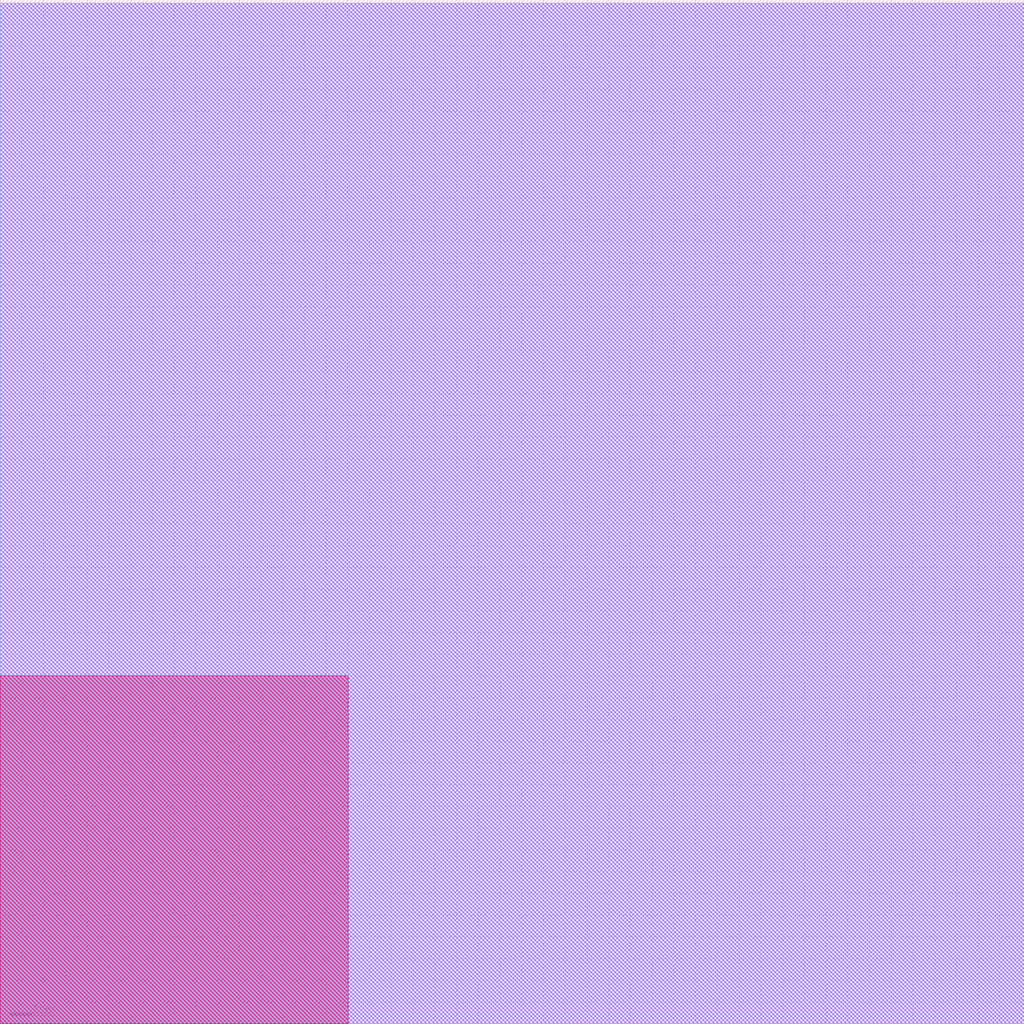
<source format=lef>
NAMESCASESENSITIVE ON ;
MACRO CORNERC
  CLASS PAD ;
  FOREIGN CORNERC 0.000 0.000 ;
  ORIGIN 0 0 ;
  SIZE 235.6 BY 235.6 ;
  SYMMETRY X Y R90 ;
  SITE iocore_c ;

  OBS
    LAYER metal1 ;
      RECT 0 0 235.6 234.76 ;
    LAYER metal2 ;
      RECT 0 0 235.6 234.76 ;
    LAYER metal3 ;
      RECT 0 0 235.6 234.76 ;
    LAYER metal4 ;
      RECT 0 0 235.6 234.76 ;
    LAYER metal5 ;
      RECT 0 0 80.01 80.01 ;
    LAYER metal6 ;
      RECT 0 0 80.01 80.01 ;
  END

END CORNERC

MACRO CORNERCD
  CLASS PAD ;
  FOREIGN CORNERCD 0.000 0.000 ;
  ORIGIN 0 0 ;
  SIZE 235.6 BY 140.12 ;
  SYMMETRY X Y R90 ;
  SITE iocore_d ;

  OBS
    LAYER metal1 ;
      RECT 0 0 235.6 139.28 ;
    LAYER metal2 ;
      RECT 0 0 235.6 139.28 ;
    LAYER metal3 ;
      RECT 0 0 235.6 139.28 ;
    LAYER metal4 ;
      RECT 0 0 235.6 139.28 ;
    LAYER metal5 ;
      RECT 0 0 80.01 47.86 ;
    LAYER metal6 ;
      RECT 0 0 80.01 47.86 ;
  END

END CORNERCD

MACRO CORNERD
  CLASS PAD ;
  FOREIGN CORNERD 0.000 0.000 ;
  ORIGIN 0 0 ;
  SIZE 140.12 BY 140.12 ;
  SYMMETRY X Y R90 ;
  SITE iocore_d ;

  OBS
    LAYER metal1 ;
      RECT 0 0 140.12 139.28 ;
    LAYER metal2 ;
      RECT 0 0 140.12 139.28 ;
    LAYER metal3 ;
      RECT 0 0 140.12 139.28 ;
    LAYER metal4 ;
      RECT 0 0 140.12 139.28 ;
    LAYER metal5 ;
      RECT 0 0 47.86 47.86 ;
    LAYER metal6 ;
      RECT 0 0 47.86 47.86 ;
  END

END CORNERD

MACRO EMPTY16C
  CLASS PAD SPACER ;
  FOREIGN EMPTY16C 0.000 0.000 ;
  ORIGIN 0 0 ;
  SIZE 9.92 BY 235.6 ;
  SYMMETRY X Y R90 ;
  SITE iocore_c ;

  OBS
    LAYER metal1 ;
      RECT 0 0 9.92 234.76 ;
    LAYER metal2 ;
      RECT 0 0 9.92 234.76 ;
    LAYER metal3 ;
      RECT 0 0 9.92 234.76 ;
    LAYER metal4 ;
      RECT 0 0 9.92 234.76 ;
    LAYER metal5 ;
      RECT 0 155.59 9.92 234.76 ;
    LAYER metal6 ;
      RECT 0 155.59 9.92 234.76 ;
  END

END EMPTY16C

MACRO EMPTY16D
  CLASS PAD SPACER ;
  FOREIGN EMPTY16D 0.000 0.000 ;
  ORIGIN 0 0 ;
  SIZE 9.92 BY 140.12 ;
  SYMMETRY X Y R90 ;
  SITE iocore_d ;

  OBS
    LAYER metal1 ;
      RECT 0 0 9.92 139.28 ;
    LAYER metal2 ;
      RECT 0 0 9.92 139.28 ;
    LAYER metal3 ;
      RECT 0 0 9.92 139.28 ;
    LAYER metal4 ;
      RECT 0 0 9.92 139.28 ;
    LAYER metal5 ;
      RECT 0 92.26 9.92 139.28 ;
    LAYER metal6 ;
      RECT 0 92.26 9.92 139.28 ;
  END

END EMPTY16D

MACRO EMPTY1C
  CLASS PAD SPACER ;
  FOREIGN EMPTY1C 0.000 0.000 ;
  ORIGIN 0 0 ;
  SIZE 0.62 BY 235.6 ;
  SYMMETRY X Y R90 ;
  SITE iocore_c ;

  OBS
    LAYER metal1 ;
      RECT 0 0 0.62 234.76 ;
    LAYER metal2 ;
      RECT 0 0 0.62 234.76 ;
    LAYER metal3 ;
      RECT 0 0 0.62 234.76 ;
    LAYER metal4 ;
      RECT 0 0 0.62 234.76 ;
    LAYER metal5 ;
      RECT 0 155.59 0.62 234.76 ;
    LAYER metal6 ;
      RECT 0 155.59 0.62 234.76 ;
  END

END EMPTY1C

MACRO EMPTY1D
  CLASS PAD SPACER ;
  FOREIGN EMPTY1D 0.000 0.000 ;
  ORIGIN 0 0 ;
  SIZE 0.62 BY 140.12 ;
  SYMMETRY X Y R90 ;
  SITE iocore_d ;

  OBS
    LAYER metal1 ;
      RECT 0 0 0.62 139.28 ;
    LAYER metal2 ;
      RECT 0 0 0.62 139.28 ;
    LAYER metal3 ;
      RECT 0 0 0.62 139.28 ;
    LAYER metal4 ;
      RECT 0 0 0.62 139.28 ;
    LAYER metal5 ;
      RECT 0 92.26 0.62 139.28 ;
    LAYER metal6 ;
      RECT 0 92.26 0.62 139.28 ;
  END

END EMPTY1D

MACRO EMPTY2C
  CLASS PAD SPACER ;
  FOREIGN EMPTY2C 0.000 0.000 ;
  ORIGIN 0 0 ;
  SIZE 1.24 BY 235.6 ;
  SYMMETRY X Y R90 ;
  SITE iocore_c ;

  OBS
    LAYER metal1 ;
      RECT 0 0 1.24 234.76 ;
    LAYER metal2 ;
      RECT 0 0 1.24 234.76 ;
    LAYER metal3 ;
      RECT 0 0 1.24 234.76 ;
    LAYER metal4 ;
      RECT 0 0 1.24 234.76 ;
    LAYER metal5 ;
      RECT 0 155.59 1.24 234.76 ;
    LAYER metal6 ;
      RECT 0 155.59 1.24 234.76 ;
  END

END EMPTY2C

MACRO EMPTY2D
  CLASS PAD SPACER ;
  FOREIGN EMPTY2D 0.000 0.000 ;
  ORIGIN 0 0 ;
  SIZE 1.24 BY 140.12 ;
  SYMMETRY X Y R90 ;
  SITE iocore_d ;

  OBS
    LAYER metal1 ;
      RECT 0 0 1.24 139.28 ;
    LAYER metal2 ;
      RECT 0 0 1.24 139.28 ;
    LAYER metal3 ;
      RECT 0 0 1.24 139.28 ;
    LAYER metal4 ;
      RECT 0 0 1.24 139.28 ;
    LAYER metal5 ;
      RECT 0 92.26 1.24 139.28 ;
    LAYER metal6 ;
      RECT 0 92.26 1.24 139.28 ;
  END

END EMPTY2D

MACRO EMPTY4C
  CLASS PAD SPACER ;
  FOREIGN EMPTY4C 0.000 0.000 ;
  ORIGIN 0 0 ;
  SIZE 2.48 BY 235.6 ;
  SYMMETRY X Y R90 ;
  SITE iocore_c ;

  OBS
    LAYER metal1 ;
      RECT 0 0 2.48 234.76 ;
    LAYER metal2 ;
      RECT 0 0 2.48 234.76 ;
    LAYER metal3 ;
      RECT 0 0 2.48 234.76 ;
    LAYER metal4 ;
      RECT 0 0 2.48 234.76 ;
    LAYER metal5 ;
      RECT 0 155.59 2.48 234.76 ;
    LAYER metal6 ;
      RECT 0 155.59 2.48 234.76 ;
  END

END EMPTY4C

MACRO EMPTY4D
  CLASS PAD SPACER ;
  FOREIGN EMPTY4D 0.000 0.000 ;
  ORIGIN 0 0 ;
  SIZE 2.48 BY 140.12 ;
  SYMMETRY X Y R90 ;
  SITE iocore_d ;

  OBS
    LAYER metal1 ;
      RECT 0 0 2.48 139.28 ;
    LAYER metal2 ;
      RECT 0 0 2.48 139.28 ;
    LAYER metal3 ;
      RECT 0 0 2.48 139.28 ;
    LAYER metal4 ;
      RECT 0 0 2.48 139.28 ;
    LAYER metal5 ;
      RECT 0 92.26 2.48 139.28 ;
    LAYER metal6 ;
      RECT 0 92.26 2.48 139.28 ;
  END

END EMPTY4D

MACRO EMPTY8C
  CLASS PAD SPACER ;
  FOREIGN EMPTY8C 0.000 0.000 ;
  ORIGIN 0 0 ;
  SIZE 4.96 BY 235.6 ;
  SYMMETRY X Y R90 ;
  SITE iocore_c ;

  OBS
    LAYER metal1 ;
      RECT 0 0 4.96 234.76 ;
    LAYER metal2 ;
      RECT 0 0 4.96 234.76 ;
    LAYER metal3 ;
      RECT 0 0 4.96 234.76 ;
    LAYER metal4 ;
      RECT 0 0 4.96 234.76 ;
    LAYER metal5 ;
      RECT 0 155.59 4.96 234.76 ;
    LAYER metal6 ;
      RECT 0 155.59 4.96 234.76 ;
  END

END EMPTY8C

MACRO EMPTY8D
  CLASS PAD SPACER ;
  FOREIGN EMPTY8D 0.000 0.000 ;
  ORIGIN 0 0 ;
  SIZE 4.96 BY 140.12 ;
  SYMMETRY X Y R90 ;
  SITE iocore_d ;

  OBS
    LAYER metal1 ;
      RECT 0 0 4.96 139.28 ;
    LAYER metal2 ;
      RECT 0 0 4.96 139.28 ;
    LAYER metal3 ;
      RECT 0 0 4.96 139.28 ;
    LAYER metal4 ;
      RECT 0 0 4.96 139.28 ;
    LAYER metal5 ;
      RECT 0 92.26 4.96 139.28 ;
    LAYER metal6 ;
      RECT 0 92.26 4.96 139.28 ;
  END

END EMPTY8D

MACRO EMPTYGRC
  CLASS PAD SPACER ;
  FOREIGN EMPTYGRC 0.000 0.000 ;
  ORIGIN 0 0 ;
  SIZE 3.72 BY 235.6 ;
  SYMMETRY X Y R90 ;
  SITE iocore_c ;

  OBS
    LAYER metal1 ;
      RECT 0 0 3.72 234.76 ;
    LAYER metal2 ;
      RECT 0 0 3.72 234.76 ;
    LAYER metal3 ;
      RECT 0 0 3.72 234.76 ;
    LAYER metal4 ;
      RECT 0 0 3.72 234.76 ;
    LAYER metal5 ;
      RECT 0 155.59 3.72 234.76 ;
    LAYER metal6 ;
      RECT 0 155.59 3.72 234.76 ;
  END

END EMPTYGRC

MACRO EMPTYGRD
  CLASS PAD SPACER ;
  FOREIGN EMPTYGRD 0.000 0.000 ;
  ORIGIN 0 0 ;
  SIZE 3.72 BY 140.12 ;
  SYMMETRY X Y R90 ;
  SITE iocore_d ;

  OBS
    LAYER metal1 ;
      RECT 0 0 3.72 139.28 ;
    LAYER metal2 ;
      RECT 0 0 3.72 139.28 ;
    LAYER metal3 ;
      RECT 0 0 3.72 139.28 ;
    LAYER metal4 ;
      RECT 0 0 3.72 139.28 ;
    LAYER metal5 ;
      RECT 0 92.26 3.72 139.28 ;
    LAYER metal6 ;
      RECT 0 92.26 3.72 139.28 ;
  END

END EMPTYGRD

MACRO GNDIOC
  CLASS PAD ;
  FOREIGN GNDIOC 0.000 0.000 ;
  ORIGIN 0 0 ;
  SIZE 34.1 BY 235.6 ;
  SYMMETRY X Y R90 ;
  SITE iocore_c ;

  PIN GNDO
    DIRECTION INOUT ;
    USE ground ;
    PORT
    LAYER metal1 SPACING 0.28 ;
      RECT 1.91 0 32.19 4.3 ;
    LAYER metal2 SPACING 0.32 ;
      RECT 1.91 0 32.19 4.3 ;
    LAYER metal3 SPACING 0.32 ;
      RECT 1.91 0 32.19 4.3 ;
    LAYER metal4 SPACING 0.32 ;
      RECT 1.91 0 32.19 4.3 ;
    END
  END GNDO

  OBS
    LAYER metal1 ;
      POLYGON  0 235.6
               34.1 235.6         34.1 0         32.47 0         32.47 4.58
               1.63 4.58         1.63 0         0 0         0 235.6 ;
    LAYER via ;
      RECT 1.91 0 32.19 4.3 ;
    LAYER metal2 ;
      POLYGON  0 235.6
               34.1 235.6         34.1 0         32.51 0         32.51 4.62
               1.59 4.62         1.59 0         0 0         0 235.6 ;
    LAYER via2 ;
      RECT 1.91 0 32.19 4.3 ;
    LAYER metal3 ;
      POLYGON  0 235.6
               34.1 235.6         34.1 0         32.51 0         32.51 4.62
               1.59 4.62         1.59 0         0 0         0 235.6 ;
    LAYER via3 ;
      RECT 1.91 0 32.19 4.3 ;
    LAYER metal4 ;
      POLYGON  0 235.6
               34.1 235.6         34.1 0         32.51 0         32.51 4.62
               1.59 4.62         1.59 0         0 0         0 235.6 ;
    LAYER metal5 ;
      RECT 0 155.59 34.1 235.6 ;
    LAYER metal6 ;
      RECT 0 155.59 34.1 235.6 ;
  END

END GNDIOC

MACRO GNDIOD
  CLASS PAD ;
  FOREIGN GNDIOD 0.000 0.000 ;
  ORIGIN 0 0 ;
  SIZE 62.62 BY 140.12 ;
  SYMMETRY X Y R90 ;
  SITE iocore_d ;

  PIN GNDO
    DIRECTION INOUT ;
    USE ground ;
    PORT
    LAYER metal1 SPACING 0.28 ;
      RECT 2.85 0 59.77 3 ;
    LAYER metal2 SPACING 0.32 ;
      RECT 2.85 0 59.77 3 ;
    LAYER metal3 SPACING 0.32 ;
      RECT 2.85 0 59.77 3 ;
    LAYER metal4 SPACING 0.32 ;
      RECT 2.85 0 59.77 3 ;
    END
  END GNDO

  OBS
    LAYER metal1 ;
      POLYGON  0 140.12
               62.62 140.12         62.62 0         60.05 0         60.05 3.28
               2.57 3.28         2.57 0         0 0         0 140.12 ;
    LAYER via ;
      RECT 2.85 0 59.77 3 ;
    LAYER metal2 ;
      POLYGON  0 140.12
               62.62 140.12         62.62 0         60.09 0         60.09 3.32
               2.53 3.32         2.53 0         0 0         0 140.12 ;
    LAYER via2 ;
      RECT 2.85 0 59.77 3 ;
    LAYER metal3 ;
      POLYGON  0 140.12
               62.62 140.12         62.62 0         60.09 0         60.09 3.32
               2.53 3.32         2.53 0         0 0         0 140.12 ;
    LAYER via3 ;
      RECT 2.85 0 59.77 3 ;
    LAYER metal4 ;
      POLYGON  0 140.12
               62.62 140.12         62.62 0         60.09 0         60.09 3.32
               2.53 3.32         2.53 0         0 0         0 140.12 ;
    LAYER metal5 ;
      RECT 0 92.26 62.62 140.12 ;
    LAYER metal6 ;
      RECT 0 92.26 62.62 140.12 ;
  END

END GNDIOD

MACRO GNDKC
  CLASS PAD ;
  FOREIGN GNDKC 0.000 0.000 ;
  ORIGIN 0 0 ;
  SIZE 34.1 BY 235.6 ;
  SYMMETRY X Y R90 ;
  SITE iocore_c ;

  PIN GND
    DIRECTION INOUT ;
    USE ground ;
    PORT
    CLASS CORE ;
    LAYER metal1 SPACING 0.28 ;
      RECT 18.05 231.09 32.09 234.98 ;
    LAYER metal2 SPACING 0.32 ;
      RECT 18.05 231.09 32.09 234.98 ;
    LAYER metal3 SPACING 0.32 ;
      RECT 18.05 231.09 32.09 234.98 ;
    LAYER metal4 SPACING 0.32 ;
      RECT 18.05 231.09 32.09 234.98 ;
    LAYER metal5 SPACING 0.32 ;
      RECT 18.05 231.09 32.09 234.98 ;
    LAYER metal6 SPACING 0.6 ;
      RECT 18.05 231.09 32.09 234.98 ;
    LAYER metal1 SPACING 0.28 ;
      RECT 2.01 231.09 16.05 234.98 ;
    LAYER metal2 SPACING 0.32 ;
      RECT 2.01 231.09 16.05 234.98 ;
    LAYER metal3 SPACING 0.32 ;
      RECT 2.01 231.09 16.05 234.98 ;
    LAYER metal4 SPACING 0.32 ;
      RECT 2.01 231.09 16.05 234.98 ;
    LAYER metal5 SPACING 0.32 ;
      RECT 2.01 231.09 16.05 234.98 ;
    LAYER metal6 SPACING 0.6 ;
      RECT 2.01 231.09 16.05 234.98 ;
    LAYER metal1 SPACING 0.28 ;
      RECT 1.91 0 32.19 4.3 ;
    LAYER metal2 SPACING 0.32 ;
      RECT 1.91 0 32.19 4.3 ;
    LAYER metal3 SPACING 0.32 ;
      RECT 1.91 0 32.19 4.3 ;
    LAYER metal4 SPACING 0.32 ;
      RECT 1.91 0 32.19 4.3 ;
    END
  END GND

  OBS
    LAYER metal1 ;
      POLYGON  0 0
               0 234.98         1.73 234.98         1.73 230.81         16.33 230.81
               16.33 234.98         17.77 234.98         17.77 230.81         32.37 230.81
               32.37 234.98         34.1 234.98         34.1 0         32.47 0
               32.47 4.58         1.63 4.58         1.63 0         0 0 ;
    LAYER via ;
      RECT 18.05 231.09 32.09 234.98 ;
      RECT 2.01 231.09 16.05 234.98 ;
      RECT 1.91 0 32.19 4.3 ;
    LAYER metal2 ;
      POLYGON  0 0
               0 234.98         1.69 234.98         1.69 230.77         16.37 230.77
               16.37 234.98         17.73 234.98         17.73 230.77         32.41 230.77
               32.41 234.98         34.1 234.98         34.1 0         32.51 0
               32.51 4.62         1.59 4.62         1.59 0         0 0 ;
    LAYER via2 ;
      RECT 18.05 231.09 32.09 234.98 ;
      RECT 2.01 231.09 16.05 234.98 ;
      RECT 1.91 0 32.19 4.3 ;
    LAYER metal3 ;
      POLYGON  0 0
               0 234.98         1.69 234.98         1.69 230.77         16.37 230.77
               16.37 234.98         17.73 234.98         17.73 230.77         32.41 230.77
               32.41 234.98         34.1 234.98         34.1 0         32.51 0
               32.51 4.62         1.59 4.62         1.59 0         0 0 ;
    LAYER via3 ;
      RECT 18.05 231.09 32.09 234.98 ;
      RECT 2.01 231.09 16.05 234.98 ;
      RECT 1.91 0 32.19 4.3 ;
    LAYER metal4 ;
      POLYGON  0 0
               0 234.98         1.69 234.98         1.69 230.77         16.37 230.77
               16.37 234.98         17.73 234.98         17.73 230.77         32.41 230.77
               32.41 234.98         34.1 234.98         34.1 0         32.51 0
               32.51 4.62         1.59 4.62         1.59 0         0 0 ;
    LAYER via4 ;
      RECT 18.05 231.09 32.09 234.98 ;
      RECT 2.01 231.09 16.05 234.98 ;
    LAYER metal5 ;
      POLYGON  0 155.59
               0 234.98         1.69 234.98         1.69 230.77         16.37 230.77
               16.37 234.98         17.73 234.98         17.73 230.77         32.41 230.77
               32.41 234.98         34.1 234.98         34.1 155.59         0 155.59 ;
    LAYER via5 ;
      RECT 18.05 231.09 32.09 234.98 ;
      RECT 2.01 231.09 16.05 234.98 ;
    LAYER metal6 ;
      POLYGON  0 155.59
               0 234.98         1.41 234.98         1.41 230.49         16.65 230.49
               16.65 234.98         17.45 234.98         17.45 230.49         32.69 230.49
               32.69 234.98         34.1 234.98         34.1 155.59         0 155.59 ;
  END

END GNDKC

MACRO GNDKD
  CLASS PAD ;
  FOREIGN GNDKD 0.000 0.000 ;
  ORIGIN 0 0 ;
  SIZE 62.62 BY 140.12 ;
  SYMMETRY X Y R90 ;
  SITE iocore_d ;

  PIN GND
    DIRECTION INOUT ;
    USE ground ;
    PORT
    CLASS CORE ;
    LAYER metal1 SPACING 0.28 ;
      RECT 2.41 135.36 20.31 139.5 ;
    LAYER metal2 SPACING 0.32 ;
      RECT 2.41 135.36 20.31 139.5 ;
    LAYER metal3 SPACING 0.32 ;
      RECT 2.41 135.36 20.31 139.5 ;
    LAYER metal4 SPACING 0.32 ;
      RECT 2.41 135.36 20.31 139.5 ;
    LAYER metal5 SPACING 0.32 ;
      RECT 2.41 135.36 20.31 139.5 ;
    LAYER metal6 SPACING 0.6 ;
      RECT 2.41 135.36 20.31 139.5 ;
    LAYER metal1 SPACING 0.28 ;
      RECT 22.31 135.36 40.31 139.5 ;
    LAYER metal2 SPACING 0.32 ;
      RECT 22.31 135.36 40.31 139.5 ;
    LAYER metal3 SPACING 0.32 ;
      RECT 22.31 135.36 40.31 139.5 ;
    LAYER metal4 SPACING 0.32 ;
      RECT 22.31 135.36 40.31 139.5 ;
    LAYER metal5 SPACING 0.32 ;
      RECT 22.31 135.36 40.31 139.5 ;
    LAYER metal6 SPACING 0.6 ;
      RECT 22.31 135.36 40.31 139.5 ;
    LAYER metal1 SPACING 0.28 ;
      RECT 42.31 135.36 60.21 139.5 ;
    LAYER metal2 SPACING 0.32 ;
      RECT 42.31 135.36 60.21 139.5 ;
    LAYER metal3 SPACING 0.32 ;
      RECT 42.31 135.36 60.21 139.5 ;
    LAYER metal4 SPACING 0.32 ;
      RECT 42.31 135.36 60.21 139.5 ;
    LAYER metal5 SPACING 0.32 ;
      RECT 42.31 135.36 60.21 139.5 ;
    LAYER metal6 SPACING 0.6 ;
      RECT 42.31 135.36 60.21 139.5 ;
    LAYER metal1 SPACING 0.28 ;
      RECT 2.85 0 59.77 3 ;
    LAYER metal2 SPACING 0.32 ;
      RECT 2.85 0 59.77 3 ;
    LAYER metal3 SPACING 0.32 ;
      RECT 2.85 0 59.77 3 ;
    LAYER metal4 SPACING 0.32 ;
      RECT 2.85 0 59.77 3 ;
    END
  END GND

  OBS
    LAYER metal1 ;
      POLYGON  0 0
               0 139.5         2.13 139.5         2.13 135.08         20.59 135.08
               20.59 139.5         22.03 139.5         22.03 135.08         40.59 135.08
               40.59 139.5         42.03 139.5         42.03 135.08         60.49 135.08
               60.49 139.5         62.62 139.5         62.62 0         60.05 0
               60.05 3.28         2.57 3.28         2.57 0         0 0 ;
    LAYER via ;
      RECT 2.41 135.36 20.31 139.5 ;
      RECT 22.31 135.36 40.31 139.5 ;
      RECT 42.31 135.36 60.21 139.5 ;
      RECT 2.85 0 59.77 3 ;
    LAYER metal2 ;
      POLYGON  0 0
               0 139.5         2.09 139.5         2.09 135.04         20.63 135.04
               20.63 139.5         21.99 139.5         21.99 135.04         40.63 135.04
               40.63 139.5         41.99 139.5         41.99 135.04         60.53 135.04
               60.53 139.5         62.62 139.5         62.62 0         60.09 0
               60.09 3.32         2.53 3.32         2.53 0         0 0 ;
    LAYER via2 ;
      RECT 2.41 135.36 20.31 139.5 ;
      RECT 22.31 135.36 40.31 139.5 ;
      RECT 42.31 135.36 60.21 139.5 ;
      RECT 2.85 0 59.77 3 ;
    LAYER metal3 ;
      POLYGON  0 0
               0 139.5         2.09 139.5         2.09 135.04         20.63 135.04
               20.63 139.5         21.99 139.5         21.99 135.04         40.63 135.04
               40.63 139.5         41.99 139.5         41.99 135.04         60.53 135.04
               60.53 139.5         62.62 139.5         62.62 0         60.09 0
               60.09 3.32         2.53 3.32         2.53 0         0 0 ;
    LAYER via3 ;
      RECT 2.41 135.36 20.31 139.5 ;
      RECT 22.31 135.36 40.31 139.5 ;
      RECT 42.31 135.36 60.21 139.5 ;
      RECT 2.85 0 59.77 3 ;
    LAYER metal4 ;
      POLYGON  0 0
               0 139.5         2.09 139.5         2.09 135.04         20.63 135.04
               20.63 139.5         21.99 139.5         21.99 135.04         40.63 135.04
               40.63 139.5         41.99 139.5         41.99 135.04         60.53 135.04
               60.53 139.5         62.62 139.5         62.62 0         60.09 0
               60.09 3.32         2.53 3.32         2.53 0         0 0 ;
    LAYER via4 ;
      RECT 2.41 135.36 20.31 139.5 ;
      RECT 22.31 135.36 40.31 139.5 ;
      RECT 42.31 135.36 60.21 139.5 ;
    LAYER metal5 ;
      POLYGON  0 92.26
               0 139.5         2.09 139.5         2.09 135.04         20.63 135.04
               20.63 139.5         21.99 139.5         21.99 135.04         40.63 135.04
               40.63 139.5         41.99 139.5         41.99 135.04         60.53 135.04
               60.53 139.5         62.62 139.5         62.62 92.26         0 92.26 ;
    LAYER via5 ;
      RECT 2.41 135.36 20.31 139.5 ;
      RECT 22.31 135.36 40.31 139.5 ;
      RECT 42.31 135.36 60.21 139.5 ;
    LAYER metal6 ;
      POLYGON  0 92.26
               0 139.5         1.81 139.5         1.81 134.76         20.91 134.76
               20.91 139.5         21.71 139.5         21.71 134.76         40.91 134.76
               40.91 139.5         41.71 139.5         41.71 134.76         60.81 134.76
               60.81 139.5         62.62 139.5         62.62 92.26         0 92.26 ;
  END

END GNDKD

MACRO PADPOC6MC
  CLASS BLOCK ;
  FOREIGN PADPOC6MC 0.000 0.000 ;
  ORIGIN 0 0 ;
  SIZE 72 BY 56 ;
  SYMMETRY X Y R90 ;
  SITE core ;

  OBS
    LAYER metal1 ;
      RECT 0 0 72 56 ;
    LAYER metal2 ;
      RECT 0 0 72 56 ;
    LAYER metal3 ;
      RECT 0 0 72 56 ;
    LAYER metal4 ;
      RECT 0 0 72 56 ;
    LAYER metal5 ;
      RECT 0 0 72 56 ;
    LAYER metal6 ;
      RECT 0 0 72 56 ;
  END

END PADPOC6MC

MACRO PADPOC6MD
  CLASS BLOCK ;
  FOREIGN PADPOC6MD 0.000 0.000 ;
  ORIGIN 0 0 ;
  SIZE 72 BY 47 ;
  SYMMETRY X Y R90 ;
  SITE core ;

  OBS
    LAYER metal1 ;
      RECT 0 0 72 47 ;
    LAYER metal2 ;
      RECT 0 0 72 47 ;
    LAYER metal3 ;
      RECT 0 0 72 47 ;
    LAYER metal4 ;
      RECT 0 0 72 47 ;
    LAYER metal5 ;
      RECT 0 0 72 47 ;
    LAYER metal6 ;
      RECT 0 0 72 47 ;
  END

END PADPOC6MD

MACRO VCC3IOC
  CLASS PAD ;
  FOREIGN VCC3IOC 0.000 0.000 ;
  ORIGIN 0 0 ;
  SIZE 34.1 BY 235.6 ;
  SYMMETRY X Y R90 ;
  SITE iocore_c ;

  PIN VCC3O
    DIRECTION INOUT ;
    USE power ;
    PORT
    LAYER metal1 SPACING 0.28 ;
      RECT 1.91 0 32.19 4.3 ;
    LAYER metal2 SPACING 0.32 ;
      RECT 1.91 0 32.19 4.3 ;
    LAYER metal3 SPACING 0.32 ;
      RECT 1.91 0 32.19 4.3 ;
    LAYER metal4 SPACING 0.32 ;
      RECT 1.91 0 32.19 4.3 ;
    END
  END VCC3O

  OBS
    LAYER metal1 ;
      POLYGON  0 235.6
               34.1 235.6         34.1 0         32.47 0         32.47 4.58
               1.63 4.58         1.63 0         0 0         0 235.6 ;
    LAYER via ;
      RECT 1.91 0 32.19 4.3 ;
    LAYER metal2 ;
      POLYGON  0 235.6
               34.1 235.6         34.1 0         32.51 0         32.51 4.62
               1.59 4.62         1.59 0         0 0         0 235.6 ;
    LAYER via2 ;
      RECT 1.91 0 32.19 4.3 ;
    LAYER metal3 ;
      POLYGON  0 235.6
               34.1 235.6         34.1 0         32.51 0         32.51 4.62
               1.59 4.62         1.59 0         0 0         0 235.6 ;
    LAYER via3 ;
      RECT 1.91 0 32.19 4.3 ;
    LAYER metal4 ;
      POLYGON  0 235.6
               34.1 235.6         34.1 0         32.51 0         32.51 4.62
               1.59 4.62         1.59 0         0 0         0 235.6 ;
    LAYER metal5 ;
      RECT 0 155.59 34.1 235.6 ;
    LAYER metal6 ;
      RECT 0 155.59 34.1 235.6 ;
  END

END VCC3IOC

MACRO VCC3IOD
  CLASS PAD ;
  FOREIGN VCC3IOD 0.000 0.000 ;
  ORIGIN 0 0 ;
  SIZE 62.62 BY 140.12 ;
  SYMMETRY X Y R90 ;
  SITE iocore_d ;

  PIN VCC3O
    DIRECTION INOUT ;
    USE power ;
    PORT
    LAYER metal1 SPACING 0.28 ;
      RECT 2.85 0 59.77 3 ;
    LAYER metal2 SPACING 0.32 ;
      RECT 2.85 0 59.77 3 ;
    LAYER metal3 SPACING 0.32 ;
      RECT 2.85 0 59.77 3 ;
    LAYER metal4 SPACING 0.32 ;
      RECT 2.85 0 59.77 3 ;
    END
  END VCC3O

  OBS
    LAYER metal1 ;
      POLYGON  0 140.12
               62.62 140.12         62.62 0         60.05 0         60.05 3.28
               2.57 3.28         2.57 0         0 0         0 140.12 ;
    LAYER via ;
      RECT 2.85 0 59.77 3 ;
    LAYER metal2 ;
      POLYGON  0 140.12
               62.62 140.12         62.62 0         60.09 0         60.09 3.32
               2.53 3.32         2.53 0         0 0         0 140.12 ;
    LAYER via2 ;
      RECT 2.85 0 59.77 3 ;
    LAYER metal3 ;
      POLYGON  0 140.12
               62.62 140.12         62.62 0         60.09 0         60.09 3.32
               2.53 3.32         2.53 0         0 0         0 140.12 ;
    LAYER via3 ;
      RECT 2.85 0 59.77 3 ;
    LAYER metal4 ;
      POLYGON  0 140.12
               62.62 140.12         62.62 0         60.09 0         60.09 3.32
               2.53 3.32         2.53 0         0 0         0 140.12 ;
    LAYER metal5 ;
      RECT 0 92.26 62.62 140.12 ;
    LAYER metal6 ;
      RECT 0 92.26 62.62 140.12 ;
  END

END VCC3IOD

MACRO VCCKC
  CLASS PAD ;
  FOREIGN VCCKC 0.000 0.000 ;
  ORIGIN 0 0 ;
  SIZE 34.1 BY 235.6 ;
  SYMMETRY X Y R90 ;
  SITE iocore_c ;

  PIN VCC
    DIRECTION INOUT ;
    USE power ;
    PORT
    CLASS CORE ;
    LAYER metal1 SPACING 0.28 ;
      RECT 1.91 0 32.19 4.3 ;
    LAYER metal2 SPACING 0.32 ;
      RECT 1.91 0 32.19 4.3 ;
    LAYER metal3 SPACING 0.32 ;
      RECT 1.91 0 32.19 4.3 ;
    LAYER metal4 SPACING 0.32 ;
      RECT 1.91 0 32.19 4.3 ;
    LAYER metal1 SPACING 0.28 ;
      RECT 1.91 231.09 16.05 234.98 ;
    LAYER metal2 SPACING 0.32 ;
      RECT 1.91 231.09 16.05 234.98 ;
    LAYER metal3 SPACING 0.32 ;
      RECT 1.91 231.09 16.05 234.98 ;
    LAYER metal4 SPACING 0.32 ;
      RECT 1.91 231.09 16.05 234.98 ;
    LAYER metal5 SPACING 0.32 ;
      RECT 1.91 231.09 16.05 234.98 ;
    LAYER metal6 SPACING 0.6 ;
      RECT 1.91 231.09 16.05 234.98 ;
    LAYER metal1 SPACING 0.28 ;
      RECT 18.05 231.09 32.19 234.98 ;
    LAYER metal2 SPACING 0.32 ;
      RECT 18.05 231.09 32.19 234.98 ;
    LAYER metal3 SPACING 0.32 ;
      RECT 18.05 231.09 32.19 234.98 ;
    LAYER metal4 SPACING 0.32 ;
      RECT 18.05 231.09 32.19 234.98 ;
    LAYER metal5 SPACING 0.32 ;
      RECT 18.05 231.09 32.19 234.98 ;
    LAYER metal6 SPACING 0.6 ;
      RECT 18.05 231.09 32.19 234.98 ;
    END
  END VCC

  OBS
    LAYER metal1 ;
      POLYGON  0 0
               0 234.98         1.63 234.98         1.63 230.81         16.33 230.81
               16.33 234.98         17.77 234.98         17.77 230.81         32.47 230.81
               32.47 234.98         34.1 234.98         34.1 0         32.47 0
               32.47 4.58         1.63 4.58         1.63 0         0 0 ;
    LAYER via ;
      RECT 1.91 0 32.19 4.3 ;
      RECT 1.91 231.09 16.05 234.98 ;
      RECT 18.05 231.09 32.19 234.98 ;
    LAYER metal2 ;
      POLYGON  0 0
               0 234.98         1.59 234.98         1.59 230.77         16.37 230.77
               16.37 234.98         17.73 234.98         17.73 230.77         32.51 230.77
               32.51 234.98         34.1 234.98         34.1 0         32.51 0
               32.51 4.62         1.59 4.62         1.59 0         0 0 ;
    LAYER via2 ;
      RECT 1.91 0 32.19 4.3 ;
      RECT 1.91 231.09 16.05 234.98 ;
      RECT 18.05 231.09 32.19 234.98 ;
    LAYER metal3 ;
      POLYGON  0 0
               0 234.98         1.59 234.98         1.59 230.77         16.37 230.77
               16.37 234.98         17.73 234.98         17.73 230.77         32.51 230.77
               32.51 234.98         34.1 234.98         34.1 0         32.51 0
               32.51 4.62         1.59 4.62         1.59 0         0 0 ;
    LAYER via3 ;
      RECT 1.91 0 32.19 4.3 ;
      RECT 1.91 231.09 16.05 234.98 ;
      RECT 18.05 231.09 32.19 234.98 ;
    LAYER metal4 ;
      POLYGON  0 0
               0 234.98         1.59 234.98         1.59 230.77         16.37 230.77
               16.37 234.98         17.73 234.98         17.73 230.77         32.51 230.77
               32.51 234.98         34.1 234.98         34.1 0         32.51 0
               32.51 4.62         1.59 4.62         1.59 0         0 0 ;
    LAYER via4 ;
      RECT 1.91 231.09 16.05 234.98 ;
      RECT 18.05 231.09 32.19 234.98 ;
    LAYER metal5 ;
      POLYGON  0 155.59
               0 234.98         1.59 234.98         1.59 230.77         16.37 230.77
               16.37 234.98         17.73 234.98         17.73 230.77         32.51 230.77
               32.51 234.98         34.1 234.98         34.1 155.59         0 155.59 ;
    LAYER via5 ;
      RECT 1.91 231.09 16.05 234.98 ;
      RECT 18.05 231.09 32.19 234.98 ;
    LAYER metal6 ;
      POLYGON  0 155.59
               0 234.98         1.31 234.98         1.31 230.49         16.65 230.49
               16.65 234.98         17.45 234.98         17.45 230.49         32.79 230.49
               32.79 234.98         34.1 234.98         34.1 155.59         0 155.59 ;
  END

END VCCKC

MACRO VCCKD
  CLASS PAD ;
  FOREIGN VCCKD 0.000 0.000 ;
  ORIGIN 0 0 ;
  SIZE 62.62 BY 140.12 ;
  SYMMETRY X Y R90 ;
  SITE iocore_d ;

  PIN VCC
    DIRECTION INOUT ;
    USE power ;
    PORT
    CLASS CORE ;
    LAYER metal1 SPACING 0.28 ;
      RECT 42.13 135.36 59.77 139.5 ;
    LAYER metal2 SPACING 0.32 ;
      RECT 42.13 135.36 59.77 139.5 ;
    LAYER metal3 SPACING 0.32 ;
      RECT 42.13 135.36 59.77 139.5 ;
    LAYER metal4 SPACING 0.32 ;
      RECT 42.13 135.36 59.77 139.5 ;
    LAYER metal5 SPACING 0.32 ;
      RECT 42.13 135.36 59.77 139.5 ;
    LAYER metal6 SPACING 0.6 ;
      RECT 42.13 135.36 59.77 139.5 ;
    LAYER metal1 SPACING 0.28 ;
      RECT 2.85 135.36 20.49 139.5 ;
    LAYER metal2 SPACING 0.32 ;
      RECT 2.85 135.36 20.49 139.5 ;
    LAYER metal3 SPACING 0.32 ;
      RECT 2.85 135.36 20.49 139.5 ;
    LAYER metal4 SPACING 0.32 ;
      RECT 2.85 135.36 20.49 139.5 ;
    LAYER metal5 SPACING 0.32 ;
      RECT 2.85 135.36 20.49 139.5 ;
    LAYER metal6 SPACING 0.6 ;
      RECT 2.85 135.36 20.49 139.5 ;
    LAYER metal1 SPACING 0.28 ;
      RECT 2.85 0 59.77 3 ;
    LAYER metal2 SPACING 0.32 ;
      RECT 2.85 0 59.77 3 ;
    LAYER metal3 SPACING 0.32 ;
      RECT 2.85 0 59.77 3 ;
    LAYER metal4 SPACING 0.32 ;
      RECT 2.85 0 59.77 3 ;
    LAYER metal1 SPACING 0.28 ;
      RECT 22.49 135.36 40.13 139.5 ;
    LAYER metal2 SPACING 0.32 ;
      RECT 22.49 135.36 40.13 139.5 ;
    LAYER metal3 SPACING 0.32 ;
      RECT 22.49 135.36 40.13 139.5 ;
    LAYER metal4 SPACING 0.32 ;
      RECT 22.49 135.36 40.13 139.5 ;
    LAYER metal5 SPACING 0.32 ;
      RECT 22.49 135.36 40.13 139.5 ;
    LAYER metal6 SPACING 0.6 ;
      RECT 22.49 135.36 40.13 139.5 ;
    END
  END VCC

  OBS
    LAYER metal1 ;
      POLYGON  0 0
               0 139.5         2.57 139.5         2.57 135.08         20.77 135.08
               20.77 139.5         22.21 139.5         22.21 135.08         40.41 135.08
               40.41 139.5         41.85 139.5         41.85 135.08         60.05 135.08
               60.05 139.5         62.62 139.5         62.62 0         60.05 0
               60.05 3.28         2.57 3.28         2.57 0         0 0 ;
    LAYER via ;
      RECT 42.13 135.36 59.77 139.5 ;
      RECT 2.85 135.36 20.49 139.5 ;
      RECT 2.85 0 59.77 3 ;
      RECT 22.49 135.36 40.13 139.5 ;
    LAYER metal2 ;
      POLYGON  0 0
               0 139.5         2.53 139.5         2.53 135.04         20.81 135.04
               20.81 139.5         22.17 139.5         22.17 135.04         40.45 135.04
               40.45 139.5         41.81 139.5         41.81 135.04         60.09 135.04
               60.09 139.5         62.62 139.5         62.62 0         60.09 0
               60.09 3.32         2.53 3.32         2.53 0         0 0 ;
    LAYER via2 ;
      RECT 42.13 135.36 59.77 139.5 ;
      RECT 2.85 135.36 20.49 139.5 ;
      RECT 2.85 0 59.77 3 ;
      RECT 22.49 135.36 40.13 139.5 ;
    LAYER metal3 ;
      POLYGON  0 0
               0 139.5         2.53 139.5         2.53 135.04         20.81 135.04
               20.81 139.5         22.17 139.5         22.17 135.04         40.45 135.04
               40.45 139.5         41.81 139.5         41.81 135.04         60.09 135.04
               60.09 139.5         62.62 139.5         62.62 0         60.09 0
               60.09 3.32         2.53 3.32         2.53 0         0 0 ;
    LAYER via3 ;
      RECT 42.13 135.36 59.77 139.5 ;
      RECT 2.85 135.36 20.49 139.5 ;
      RECT 2.85 0 59.77 3 ;
      RECT 22.49 135.36 40.13 139.5 ;
    LAYER metal4 ;
      POLYGON  0 0
               0 139.5         2.53 139.5         2.53 135.04         20.81 135.04
               20.81 139.5         22.17 139.5         22.17 135.04         40.45 135.04
               40.45 139.5         41.81 139.5         41.81 135.04         60.09 135.04
               60.09 139.5         62.62 139.5         62.62 0         60.09 0
               60.09 3.32         2.53 3.32         2.53 0         0 0 ;
    LAYER via4 ;
      RECT 42.13 135.36 59.77 139.5 ;
      RECT 2.85 135.36 20.49 139.5 ;
      RECT 22.49 135.36 40.13 139.5 ;
    LAYER metal5 ;
      POLYGON  0 92.26
               0 139.5         2.53 139.5         2.53 135.04         20.81 135.04
               20.81 139.5         22.17 139.5         22.17 135.04         40.45 135.04
               40.45 139.5         41.81 139.5         41.81 135.04         60.09 135.04
               60.09 139.5         62.62 139.5         62.62 92.26         0 92.26 ;
    LAYER via5 ;
      RECT 42.13 135.36 59.77 139.5 ;
      RECT 2.85 135.36 20.49 139.5 ;
      RECT 22.49 135.36 40.13 139.5 ;
    LAYER metal6 ;
      POLYGON  0 92.26
               0 139.5         2.25 139.5         2.25 134.76         21.09 134.76
               21.09 139.5         21.89 139.5         21.89 134.76         40.73 134.76
               40.73 139.5         41.53 139.5         41.53 134.76         60.37 134.76
               60.37 139.5         62.62 139.5         62.62 92.26         0 92.26 ;
  END

END VCCKD

MACRO XMC
  CLASS PAD ;
  FOREIGN XMC 0.000 0.000 ;
  ORIGIN 0 0 ;
  SIZE 34.1 BY 235.6 ;
  SYMMETRY X Y R90 ;
  SITE iocore_c ;

  PIN PD
    DIRECTION INPUT ;
    PORT
    LAYER metal1 ;
      RECT 9.29 234.08 11.17 234.98 ;
    LAYER metal2 ;
      RECT 9.29 234.08 11.17 234.98 ;
    LAYER metal3 ;
      RECT 9.29 234.08 11.17 234.98 ;
    END
  END PD

  PIN PU
    DIRECTION INPUT ;
    PORT
    LAYER metal1 ;
      RECT 5.57 234.08 7.45 234.98 ;
    LAYER metal2 ;
      RECT 5.57 234.08 7.45 234.98 ;
    LAYER metal3 ;
      RECT 5.57 234.08 7.45 234.98 ;
    END
  END PU

  PIN I
    DIRECTION INPUT ;
    PORT
    LAYER metal1 ;
      RECT 1.91 0 32.19 4.3 ;
    LAYER metal2 ;
      RECT 1.91 0 32.19 4.3 ;
    LAYER metal3 ;
      RECT 1.91 0 32.19 4.3 ;
    LAYER metal4 ;
      RECT 1.91 0 32.19 4.3 ;
    END
  END I

  PIN SMT
    DIRECTION INPUT ;
    PORT
    LAYER metal1 ;
      RECT 1.85 234.08 3.73 234.98 ;
    LAYER metal2 ;
      RECT 1.85 234.08 3.73 234.98 ;
    LAYER metal3 ;
      RECT 1.85 234.08 3.73 234.98 ;
    END
  END SMT

  PIN O
    DIRECTION OUTPUT ;
    PORT
    LAYER metal1 ;
      RECT 15.49 234.08 17.37 234.98 ;
    LAYER metal2 ;
      RECT 15.49 234.08 17.37 234.98 ;
    LAYER metal3 ;
      RECT 15.49 234.08 17.37 234.98 ;
    END
  END O

  OBS
    LAYER metal1 ;
      POLYGON  0 0
               0 234.98         1.61 234.98         1.61 233.84         3.97 233.84
               3.97 234.98         5.33 234.98         5.33 233.84         7.69 233.84
               7.69 234.98         9.05 234.98         9.05 233.84         11.41 233.84
               11.41 234.98         15.25 234.98         15.25 233.84         17.61 233.84
               17.61 234.98         34.1 234.98         34.1 0         32.47 0
               32.47 4.58         1.63 4.58         1.63 0         0 0 ;
    LAYER via ;
      RECT 5.57 234.08 7.45 234.98 ;
      RECT 1.85 234.08 3.73 234.98 ;
      RECT 9.29 234.08 11.17 234.98 ;
      RECT 15.49 234.08 17.37 234.98 ;
      RECT 1.91 0 32.19 4.3 ;
    LAYER metal2 ;
      POLYGON  0 0
               0 234.98         1.57 234.98         1.57 233.8         4.01 233.8
               4.01 234.98         5.29 234.98         5.29 233.8         7.73 233.8
               7.73 234.98         9.01 234.98         9.01 233.8         11.45 233.8
               11.45 234.98         15.21 234.98         15.21 233.8         17.65 233.8
               17.65 234.98         34.1 234.98         34.1 0         32.51 0
               32.51 4.62         1.59 4.62         1.59 0         0 0 ;
    LAYER via2 ;
      RECT 5.57 234.08 7.45 234.98 ;
      RECT 1.85 234.08 3.73 234.98 ;
      RECT 9.29 234.08 11.17 234.98 ;
      RECT 15.49 234.08 17.37 234.98 ;
      RECT 1.91 0 32.19 4.3 ;
    LAYER metal3 ;
      POLYGON  0 0
               0 234.98         1.57 234.98         1.57 233.8         4.01 233.8
               4.01 234.98         5.29 234.98         5.29 233.8         7.73 233.8
               7.73 234.98         9.01 234.98         9.01 233.8         11.45 233.8
               11.45 234.98         15.21 234.98         15.21 233.8         17.65 233.8
               17.65 234.98         34.1 234.98         34.1 0         32.51 0
               32.51 4.62         1.59 4.62         1.59 0         0 0 ;
    LAYER via3 ;
      RECT 1.91 0 32.19 4.3 ;
    LAYER metal4 ;
      POLYGON  0 234.98
               34.1 234.98         34.1 0         32.51 0         32.51 4.62
               1.59 4.62         1.59 0         0 0         0 234.98 ;
    LAYER metal5 ;
      RECT 0 155.59 34.1 234.98 ;
    LAYER metal6 ;
      RECT 0 155.59 34.1 234.98 ;
  END

END XMC

MACRO XMD
  CLASS PAD ;
  FOREIGN XMD 0.000 0.000 ;
  ORIGIN 0 0 ;
  SIZE 62.62 BY 140.12 ;
  SYMMETRY X Y R90 ;
  SITE iocore_d ;

  PIN PD
    DIRECTION INPUT ;
    PORT
    LAYER metal1 ;
      RECT 33.47 138.6 35.35 139.5 ;
    LAYER metal2 ;
      RECT 33.47 138.6 35.35 139.5 ;
    LAYER metal3 ;
      RECT 33.47 138.6 35.35 139.5 ;
    END
  END PD

  PIN PU
    DIRECTION INPUT ;
    PORT
    LAYER metal1 ;
      RECT 27.89 138.6 29.77 139.5 ;
    LAYER metal2 ;
      RECT 27.89 138.6 29.77 139.5 ;
    LAYER metal3 ;
      RECT 27.89 138.6 29.77 139.5 ;
    END
  END PU

  PIN I
    DIRECTION INPUT ;
    PORT
    LAYER metal1 ;
      RECT 2.85 0 59.77 3 ;
    LAYER metal2 ;
      RECT 2.85 0 59.77 3 ;
    LAYER metal3 ;
      RECT 2.85 0 59.77 3 ;
    LAYER metal4 ;
      RECT 2.85 0 59.77 3 ;
    END
  END I

  PIN SMT
    DIRECTION INPUT ;
    PORT
    LAYER metal1 ;
      RECT 23.55 138.6 25.43 139.5 ;
    LAYER metal2 ;
      RECT 23.55 138.6 25.43 139.5 ;
    LAYER metal3 ;
      RECT 23.55 138.6 25.43 139.5 ;
    END
  END SMT

  PIN O
    DIRECTION OUTPUT ;
    PORT
    LAYER metal1 ;
      RECT 39.67 138.6 41.55 139.5 ;
    LAYER metal2 ;
      RECT 39.67 138.6 41.55 139.5 ;
    LAYER metal3 ;
      RECT 39.67 138.6 41.55 139.5 ;
    END
  END O

  OBS
    LAYER metal1 ;
      POLYGON  0 0
               0 139.5         23.31 139.5         23.31 138.36         25.67 138.36
               25.67 139.5         27.65 139.5         27.65 138.36         30.01 138.36
               30.01 139.5         33.23 139.5         33.23 138.36         35.59 138.36
               35.59 139.5         39.43 139.5         39.43 138.36         41.79 138.36
               41.79 139.5         62.62 139.5         62.62 0         60.05 0
               60.05 3.28         2.57 3.28         2.57 0         0 0 ;
    LAYER via ;
      RECT 27.89 138.6 29.77 139.5 ;
      RECT 23.55 138.6 25.43 139.5 ;
      RECT 33.47 138.6 35.35 139.5 ;
      RECT 39.67 138.6 41.55 139.5 ;
      RECT 2.85 0 59.77 3 ;
    LAYER metal2 ;
      POLYGON  0 0
               0 139.5         23.27 139.5         23.27 138.32         25.71 138.32
               25.71 139.5         27.61 139.5         27.61 138.32         30.05 138.32
               30.05 139.5         33.19 139.5         33.19 138.32         35.63 138.32
               35.63 139.5         39.39 139.5         39.39 138.32         41.83 138.32
               41.83 139.5         62.62 139.5         62.62 0         60.09 0
               60.09 3.32         2.53 3.32         2.53 0         0 0 ;
    LAYER via2 ;
      RECT 27.89 138.6 29.77 139.5 ;
      RECT 23.55 138.6 25.43 139.5 ;
      RECT 33.47 138.6 35.35 139.5 ;
      RECT 39.67 138.6 41.55 139.5 ;
      RECT 2.85 0 59.77 3 ;
    LAYER metal3 ;
      POLYGON  0 0
               0 139.5         23.27 139.5         23.27 138.32         25.71 138.32
               25.71 139.5         27.61 139.5         27.61 138.32         30.05 138.32
               30.05 139.5         33.19 139.5         33.19 138.32         35.63 138.32
               35.63 139.5         39.39 139.5         39.39 138.32         41.83 138.32
               41.83 139.5         62.62 139.5         62.62 0         60.09 0
               60.09 3.32         2.53 3.32         2.53 0         0 0 ;
    LAYER via3 ;
      RECT 2.85 0 59.77 3 ;
    LAYER metal4 ;
      POLYGON  0 139.5
               62.62 139.5         62.62 0         60.09 0         60.09 3.32
               2.53 3.32         2.53 0         0 0         0 139.5 ;
    LAYER metal5 ;
      RECT 0 92.26 62.62 139.5 ;
    LAYER metal6 ;
      RECT 0 92.26 62.62 139.5 ;
  END

END XMD

MACRO YA2GSC
  CLASS PAD ;
  FOREIGN YA2GSC 0.000 0.000 ;
  ORIGIN 0 0 ;
  SIZE 34.1 BY 235.6 ;
  SYMMETRY X Y R90 ;
  SITE iocore_c ;

  PIN SR
    DIRECTION INPUT ;
    PORT
    LAYER metal1 ;
      RECT 30.99 234.08 32.87 234.98 ;
    LAYER metal2 ;
      RECT 30.99 234.08 32.87 234.98 ;
    LAYER metal3 ;
      RECT 30.99 234.08 32.87 234.98 ;
    END
  END SR

  PIN E
    DIRECTION INPUT ;
    PORT
    LAYER metal1 ;
      RECT 15.49 234.08 17.37 234.98 ;
    LAYER metal2 ;
      RECT 15.49 234.08 17.37 234.98 ;
    LAYER metal3 ;
      RECT 15.49 234.08 17.37 234.98 ;
    END
  END E

  PIN I
    DIRECTION INPUT ;
    PORT
    LAYER metal1 ;
      RECT 27.89 234.08 29.77 234.98 ;
    LAYER metal2 ;
      RECT 27.89 234.08 29.77 234.98 ;
    LAYER metal3 ;
      RECT 27.89 234.08 29.77 234.98 ;
    END
  END I

  PIN O
    DIRECTION OUTPUT ;
    PORT
    LAYER metal1 ;
      RECT 1.91 0 32.19 4.3 ;
    LAYER metal2 ;
      RECT 1.91 0 32.19 4.3 ;
    LAYER metal3 ;
      RECT 1.91 0 32.19 4.3 ;
    LAYER metal4 ;
      RECT 1.91 0 32.19 4.3 ;
    END
  END O

  PIN E2
    DIRECTION INPUT ;
    PORT
    LAYER metal1 ;
      RECT 18.59 234.08 20.47 234.98 ;
    LAYER metal2 ;
      RECT 18.59 234.08 20.47 234.98 ;
    LAYER metal3 ;
      RECT 18.59 234.08 20.47 234.98 ;
    END
  END E2

  PIN E4
    DIRECTION INPUT ;
    PORT
    LAYER metal1 ;
      RECT 24.79 234.08 26.67 234.98 ;
    LAYER metal2 ;
      RECT 24.79 234.08 26.67 234.98 ;
    LAYER metal3 ;
      RECT 24.79 234.08 26.67 234.98 ;
    END
  END E4

  PIN E8
    DIRECTION INPUT ;
    PORT
    LAYER metal1 ;
      RECT 21.69 234.08 23.57 234.98 ;
    LAYER metal2 ;
      RECT 21.69 234.08 23.57 234.98 ;
    LAYER metal3 ;
      RECT 21.69 234.08 23.57 234.98 ;
    END
  END E8

  OBS
    LAYER metal1 ;
      POLYGON  0 0
               0 234.98         15.25 234.98         15.25 233.84         17.61 233.84
               17.61 234.98         18.35 234.98         18.35 233.84         20.71 233.84
               20.71 234.98         21.45 234.98         21.45 233.84         23.81 233.84
               23.81 234.98         24.55 234.98         24.55 233.84         26.91 233.84
               26.91 234.98         27.65 234.98         27.65 233.84         30.01 233.84
               30.01 234.98         30.75 234.98         30.75 233.84         33.11 233.84
               33.11 234.98         34.1 234.98         34.1 0         32.47 0
               32.47 4.58         1.63 4.58         1.63 0         0 0 ;
    LAYER via ;
      RECT 18.59 234.08 20.47 234.98 ;
      RECT 21.69 234.08 23.57 234.98 ;
      RECT 24.79 234.08 26.67 234.98 ;
      RECT 30.99 234.08 32.87 234.98 ;
      RECT 27.89 234.08 29.77 234.98 ;
      RECT 15.49 234.08 17.37 234.98 ;
      RECT 1.91 0 32.19 4.3 ;
    LAYER metal2 ;
      POLYGON  0 0
               0 234.98         15.21 234.98         15.21 233.8         17.65 233.8
               17.65 234.98         18.31 234.98         18.31 233.8         20.75 233.8
               20.75 234.98         21.41 234.98         21.41 233.8         23.85 233.8
               23.85 234.98         24.51 234.98         24.51 233.8         26.95 233.8
               26.95 234.98         27.61 234.98         27.61 233.8         30.05 233.8
               30.05 234.98         30.71 234.98         30.71 233.8         33.15 233.8
               33.15 234.98         34.1 234.98         34.1 0         32.51 0
               32.51 4.62         1.59 4.62         1.59 0         0 0 ;
    LAYER via2 ;
      RECT 18.59 234.08 20.47 234.98 ;
      RECT 21.69 234.08 23.57 234.98 ;
      RECT 24.79 234.08 26.67 234.98 ;
      RECT 30.99 234.08 32.87 234.98 ;
      RECT 27.89 234.08 29.77 234.98 ;
      RECT 15.49 234.08 17.37 234.98 ;
      RECT 1.91 0 32.19 4.3 ;
    LAYER metal3 ;
      POLYGON  0 0
               0 234.98         15.21 234.98         15.21 233.8         17.65 233.8
               17.65 234.98         18.31 234.98         18.31 233.8         20.75 233.8
               20.75 234.98         21.41 234.98         21.41 233.8         23.85 233.8
               23.85 234.98         24.51 234.98         24.51 233.8         26.95 233.8
               26.95 234.98         27.61 234.98         27.61 233.8         30.05 233.8
               30.05 234.98         30.71 234.98         30.71 233.8         33.15 233.8
               33.15 234.98         34.1 234.98         34.1 0         32.51 0
               32.51 4.62         1.59 4.62         1.59 0         0 0 ;
    LAYER via3 ;
      RECT 1.91 0 32.19 4.3 ;
    LAYER metal4 ;
      POLYGON  0 234.98
               34.1 234.98         34.1 0         32.51 0         32.51 4.62
               1.59 4.62         1.59 0         0 0         0 234.98 ;
    LAYER metal5 ;
      RECT 0 155.59 34.1 234.98 ;
    LAYER metal6 ;
      RECT 0 155.59 34.1 234.98 ;
  END

END YA2GSC

MACRO YA2GSD
  CLASS PAD ;
  FOREIGN YA2GSD 0.000 0.000 ;
  ORIGIN 0 0 ;
  SIZE 62.62 BY 140.12 ;
  SYMMETRY X Y R90 ;
  SITE iocore_d ;

  PIN SR
    DIRECTION INPUT ;
    PORT
    LAYER metal1 ;
      RECT 27.89 138.6 29.77 139.5 ;
    LAYER metal2 ;
      RECT 27.89 138.6 29.77 139.5 ;
    LAYER metal3 ;
      RECT 27.89 138.6 29.77 139.5 ;
    END
  END SR

  PIN E
    DIRECTION INPUT ;
    PORT
    LAYER metal1 ;
      RECT 33.47 138.6 35.35 139.5 ;
    LAYER metal2 ;
      RECT 33.47 138.6 35.35 139.5 ;
    LAYER metal3 ;
      RECT 33.47 138.6 35.35 139.5 ;
    END
  END E

  PIN I
    DIRECTION INPUT ;
    PORT
    LAYER metal1 ;
      RECT 24.17 138.6 26.05 139.5 ;
    LAYER metal2 ;
      RECT 24.17 138.6 26.05 139.5 ;
    LAYER metal3 ;
      RECT 24.17 138.6 26.05 139.5 ;
    END
  END I

  PIN O
    DIRECTION OUTPUT ;
    PORT
    LAYER metal1 ;
      RECT 2.85 0 59.77 3 ;
    LAYER metal2 ;
      RECT 2.85 0 59.77 3 ;
    LAYER metal3 ;
      RECT 2.85 0 59.77 3 ;
    LAYER metal4 ;
      RECT 2.85 0 59.77 3 ;
    END
  END O

  PIN E2
    DIRECTION INPUT ;
    PORT
    LAYER metal1 ;
      RECT 14.25 138.6 16.13 139.5 ;
    LAYER metal2 ;
      RECT 14.25 138.6 16.13 139.5 ;
    LAYER metal3 ;
      RECT 14.25 138.6 16.13 139.5 ;
    END
  END E2

  PIN E4
    DIRECTION INPUT ;
    PORT
    LAYER metal1 ;
      RECT 20.45 138.6 22.33 139.5 ;
    LAYER metal2 ;
      RECT 20.45 138.6 22.33 139.5 ;
    LAYER metal3 ;
      RECT 20.45 138.6 22.33 139.5 ;
    END
  END E4

  PIN E8
    DIRECTION INPUT ;
    PORT
    LAYER metal1 ;
      RECT 17.35 138.6 19.23 139.5 ;
    LAYER metal2 ;
      RECT 17.35 138.6 19.23 139.5 ;
    LAYER metal3 ;
      RECT 17.35 138.6 19.23 139.5 ;
    END
  END E8

  OBS
    LAYER metal1 ;
      POLYGON  0 0
               0 139.5         14.01 139.5         14.01 138.36         16.37 138.36
               16.37 139.5         17.11 139.5         17.11 138.36         19.47 138.36
               19.47 139.5         20.21 139.5         20.21 138.36         22.57 138.36
               22.57 139.5         23.93 139.5         23.93 138.36         26.29 138.36
               26.29 139.5         27.65 139.5         27.65 138.36         30.01 138.36
               30.01 139.5         33.23 139.5         33.23 138.36         35.59 138.36
               35.59 139.5         62.62 139.5         62.62 0         60.05 0
               60.05 3.28         2.57 3.28         2.57 0         0 0 ;
    LAYER via ;
      RECT 24.17 138.6 26.05 139.5 ;
      RECT 20.45 138.6 22.33 139.5 ;
      RECT 33.47 138.6 35.35 139.5 ;
      RECT 27.89 138.6 29.77 139.5 ;
      RECT 17.35 138.6 19.23 139.5 ;
      RECT 14.25 138.6 16.13 139.5 ;
      RECT 2.85 0 59.77 3 ;
    LAYER metal2 ;
      POLYGON  0 0
               0 139.5         13.97 139.5         13.97 138.32         16.41 138.32
               16.41 139.5         17.07 139.5         17.07 138.32         19.51 138.32
               19.51 139.5         20.17 139.5         20.17 138.32         22.61 138.32
               22.61 139.5         23.89 139.5         23.89 138.32         26.33 138.32
               26.33 139.5         27.61 139.5         27.61 138.32         30.05 138.32
               30.05 139.5         33.19 139.5         33.19 138.32         35.63 138.32
               35.63 139.5         62.62 139.5         62.62 0         60.09 0
               60.09 3.32         2.53 3.32         2.53 0         0 0 ;
    LAYER via2 ;
      RECT 24.17 138.6 26.05 139.5 ;
      RECT 20.45 138.6 22.33 139.5 ;
      RECT 33.47 138.6 35.35 139.5 ;
      RECT 27.89 138.6 29.77 139.5 ;
      RECT 17.35 138.6 19.23 139.5 ;
      RECT 14.25 138.6 16.13 139.5 ;
      RECT 2.85 0 59.77 3 ;
    LAYER metal3 ;
      POLYGON  0 0
               0 139.5         13.97 139.5         13.97 138.32         16.41 138.32
               16.41 139.5         17.07 139.5         17.07 138.32         19.51 138.32
               19.51 139.5         20.17 139.5         20.17 138.32         22.61 138.32
               22.61 139.5         23.89 139.5         23.89 138.32         26.33 138.32
               26.33 139.5         27.61 139.5         27.61 138.32         30.05 138.32
               30.05 139.5         33.19 139.5         33.19 138.32         35.63 138.32
               35.63 139.5         62.62 139.5         62.62 0         60.09 0
               60.09 3.32         2.53 3.32         2.53 0         0 0 ;
    LAYER via3 ;
      RECT 2.85 0 59.77 3 ;
    LAYER metal4 ;
      POLYGON  0 139.5
               62.62 139.5         62.62 0         60.09 0         60.09 3.32
               2.53 3.32         2.53 0         0 0         0 139.5 ;
    LAYER metal5 ;
      RECT 0 92.26 62.62 139.5 ;
    LAYER metal6 ;
      RECT 0 92.26 62.62 139.5 ;
  END

END YA2GSD

MACRO ZMA2GSC
  CLASS PAD ;
  FOREIGN ZMA2GSC 0.000 0.000 ;
  ORIGIN 0 0 ;
  SIZE 34.1 BY 235.6 ;
  SYMMETRY X Y R90 ;
  SITE iocore_c ;

  PIN PD
    DIRECTION INPUT ;
    PORT
    LAYER metal1 ;
      RECT 9.29 234.08 11.17 234.98 ;
    LAYER metal2 ;
      RECT 9.29 234.08 11.17 234.98 ;
    LAYER metal3 ;
      RECT 9.29 234.08 11.17 234.98 ;
    END
  END PD

  PIN PU
    DIRECTION INPUT ;
    PORT
    LAYER metal1 ;
      RECT 5.57 234.08 7.45 234.98 ;
    LAYER metal2 ;
      RECT 5.57 234.08 7.45 234.98 ;
    LAYER metal3 ;
      RECT 5.57 234.08 7.45 234.98 ;
    END
  END PU

  PIN SR
    DIRECTION INPUT ;
    PORT
    LAYER metal1 ;
      RECT 30.99 234.08 32.87 234.98 ;
    LAYER metal2 ;
      RECT 30.99 234.08 32.87 234.98 ;
    LAYER metal3 ;
      RECT 30.99 234.08 32.87 234.98 ;
    END
  END SR

  PIN E
    DIRECTION INPUT ;
    PORT
    LAYER metal1 ;
      RECT 12.39 234.08 14.27 234.98 ;
    LAYER metal2 ;
      RECT 12.39 234.08 14.27 234.98 ;
    LAYER metal3 ;
      RECT 12.39 234.08 14.27 234.98 ;
    END
  END E

  PIN I
    DIRECTION INPUT ;
    PORT
    LAYER metal1 ;
      RECT 27.89 234.08 29.77 234.98 ;
    LAYER metal2 ;
      RECT 27.89 234.08 29.77 234.98 ;
    LAYER metal3 ;
      RECT 27.89 234.08 29.77 234.98 ;
    END
  END I

  PIN SMT
    DIRECTION INPUT ;
    PORT
    LAYER metal1 ;
      RECT 1.85 234.08 3.73 234.98 ;
    LAYER metal2 ;
      RECT 1.85 234.08 3.73 234.98 ;
    LAYER metal3 ;
      RECT 1.85 234.08 3.73 234.98 ;
    END
  END SMT

  PIN O
    DIRECTION OUTPUT ;
    PORT
    LAYER metal1 ;
      RECT 15.49 234.08 17.37 234.98 ;
    LAYER metal2 ;
      RECT 15.49 234.08 17.37 234.98 ;
    LAYER metal3 ;
      RECT 15.49 234.08 17.37 234.98 ;
    END
  END O

  PIN E2
    DIRECTION INPUT ;
    PORT
    LAYER metal1 ;
      RECT 18.59 234.08 20.47 234.98 ;
    LAYER metal2 ;
      RECT 18.59 234.08 20.47 234.98 ;
    LAYER metal3 ;
      RECT 18.59 234.08 20.47 234.98 ;
    END
  END E2

  PIN E4
    DIRECTION INPUT ;
    PORT
    LAYER metal1 ;
      RECT 24.79 234.08 26.67 234.98 ;
    LAYER metal2 ;
      RECT 24.79 234.08 26.67 234.98 ;
    LAYER metal3 ;
      RECT 24.79 234.08 26.67 234.98 ;
    END
  END E4

  PIN E8
    DIRECTION INPUT ;
    PORT
    LAYER metal1 ;
      RECT 21.69 234.08 23.57 234.98 ;
    LAYER metal2 ;
      RECT 21.69 234.08 23.57 234.98 ;
    LAYER metal3 ;
      RECT 21.69 234.08 23.57 234.98 ;
    END
  END E8

  PIN IO
    DIRECTION INOUT ;
    PORT
    LAYER metal1 ;
      RECT 1.91 0 32.19 4.3 ;
    LAYER metal2 ;
      RECT 1.91 0 32.19 4.3 ;
    LAYER metal3 ;
      RECT 1.91 0 32.19 4.3 ;
    LAYER metal4 ;
      RECT 1.91 0 32.19 4.3 ;
    END
  END IO

  OBS
    LAYER metal1 ;
      POLYGON  0 0
               0 234.98         1.61 234.98         1.61 233.84         3.97 233.84
               3.97 234.98         5.33 234.98         5.33 233.84         7.69 233.84
               7.69 234.98         9.05 234.98         9.05 233.84         11.41 233.84
               11.41 234.98         12.15 234.98         12.15 233.84         14.51 233.84
               14.51 234.98         15.25 234.98         15.25 233.84         17.61 233.84
               17.61 234.98         18.35 234.98         18.35 233.84         20.71 233.84
               20.71 234.98         21.45 234.98         21.45 233.84         23.81 233.84
               23.81 234.98         24.55 234.98         24.55 233.84         26.91 233.84
               26.91 234.98         27.65 234.98         27.65 233.84         30.01 233.84
               30.01 234.98         30.75 234.98         30.75 233.84         33.11 233.84
               33.11 234.98         34.1 234.98         34.1 0         32.47 0
               32.47 4.58         1.63 4.58         1.63 0         0 0 ;
    LAYER via ;
      RECT 27.89 234.08 29.77 234.98 ;
      RECT 1.85 234.08 3.73 234.98 ;
      RECT 30.99 234.08 32.87 234.98 ;
      RECT 12.39 234.08 14.27 234.98 ;
      RECT 24.79 234.08 26.67 234.98 ;
      RECT 9.29 234.08 11.17 234.98 ;
      RECT 15.49 234.08 17.37 234.98 ;
      RECT 21.69 234.08 23.57 234.98 ;
      RECT 18.59 234.08 20.47 234.98 ;
      RECT 5.57 234.08 7.45 234.98 ;
      RECT 1.91 0 32.19 4.3 ;
    LAYER metal2 ;
      POLYGON  0 0
               0 234.98         1.57 234.98         1.57 233.8         4.01 233.8
               4.01 234.98         5.29 234.98         5.29 233.8         7.73 233.8
               7.73 234.98         9.01 234.98         9.01 233.8         11.45 233.8
               11.45 234.98         12.11 234.98         12.11 233.8         14.55 233.8
               14.55 234.98         15.21 234.98         15.21 233.8         17.65 233.8
               17.65 234.98         18.31 234.98         18.31 233.8         20.75 233.8
               20.75 234.98         21.41 234.98         21.41 233.8         23.85 233.8
               23.85 234.98         24.51 234.98         24.51 233.8         26.95 233.8
               26.95 234.98         27.61 234.98         27.61 233.8         30.05 233.8
               30.05 234.98         30.71 234.98         30.71 233.8         33.15 233.8
               33.15 234.98         34.1 234.98         34.1 0         32.51 0
               32.51 4.62         1.59 4.62         1.59 0         0 0 ;
    LAYER via2 ;
      RECT 27.89 234.08 29.77 234.98 ;
      RECT 1.85 234.08 3.73 234.98 ;
      RECT 30.99 234.08 32.87 234.98 ;
      RECT 12.39 234.08 14.27 234.98 ;
      RECT 24.79 234.08 26.67 234.98 ;
      RECT 9.29 234.08 11.17 234.98 ;
      RECT 15.49 234.08 17.37 234.98 ;
      RECT 21.69 234.08 23.57 234.98 ;
      RECT 18.59 234.08 20.47 234.98 ;
      RECT 5.57 234.08 7.45 234.98 ;
      RECT 1.91 0 32.19 4.3 ;
    LAYER metal3 ;
      POLYGON  0 0
               0 234.98         1.57 234.98         1.57 233.8         4.01 233.8
               4.01 234.98         5.29 234.98         5.29 233.8         7.73 233.8
               7.73 234.98         9.01 234.98         9.01 233.8         11.45 233.8
               11.45 234.98         12.11 234.98         12.11 233.8         14.55 233.8
               14.55 234.98         15.21 234.98         15.21 233.8         17.65 233.8
               17.65 234.98         18.31 234.98         18.31 233.8         20.75 233.8
               20.75 234.98         21.41 234.98         21.41 233.8         23.85 233.8
               23.85 234.98         24.51 234.98         24.51 233.8         26.95 233.8
               26.95 234.98         27.61 234.98         27.61 233.8         30.05 233.8
               30.05 234.98         30.71 234.98         30.71 233.8         33.15 233.8
               33.15 234.98         34.1 234.98         34.1 0         32.51 0
               32.51 4.62         1.59 4.62         1.59 0         0 0 ;
    LAYER via3 ;
      RECT 1.91 0 32.19 4.3 ;
    LAYER metal4 ;
      POLYGON  0 234.98
               34.1 234.98         34.1 0         32.51 0         32.51 4.62
               1.59 4.62         1.59 0         0 0         0 234.98 ;
    LAYER metal5 ;
      RECT 0 155.59 34.1 234.98 ;
    LAYER metal6 ;
      RECT 0 155.59 34.1 234.98 ;
  END

END ZMA2GSC

MACRO ZMA2GSD
  CLASS PAD ;
  FOREIGN ZMA2GSD 0.000 0.000 ;
  ORIGIN 0 0 ;
  SIZE 62.62 BY 140.12 ;
  SYMMETRY X Y R90 ;
  SITE iocore_d ;

  PIN PD
    DIRECTION INPUT ;
    PORT
    LAYER metal1 ;
      RECT 11.77 138.6 13.65 139.5 ;
    LAYER metal2 ;
      RECT 11.77 138.6 13.65 139.5 ;
    LAYER metal3 ;
      RECT 11.77 138.6 13.65 139.5 ;
    END
  END PD

  PIN PU
    DIRECTION INPUT ;
    PORT
    LAYER metal1 ;
      RECT 6.19 138.6 8.07 139.5 ;
    LAYER metal2 ;
      RECT 6.19 138.6 8.07 139.5 ;
    LAYER metal3 ;
      RECT 6.19 138.6 8.07 139.5 ;
    END
  END PU

  PIN SR
    DIRECTION INPUT ;
    PORT
    LAYER metal1 ;
      RECT 35.95 138.6 37.83 139.5 ;
    LAYER metal2 ;
      RECT 35.95 138.6 37.83 139.5 ;
    LAYER metal3 ;
      RECT 35.95 138.6 37.83 139.5 ;
    END
  END SR

  PIN E
    DIRECTION INPUT ;
    PORT
    LAYER metal1 ;
      RECT 41.53 138.6 43.41 139.5 ;
    LAYER metal2 ;
      RECT 41.53 138.6 43.41 139.5 ;
    LAYER metal3 ;
      RECT 41.53 138.6 43.41 139.5 ;
    END
  END E

  PIN I
    DIRECTION INPUT ;
    PORT
    LAYER metal1 ;
      RECT 32.23 138.6 34.11 139.5 ;
    LAYER metal2 ;
      RECT 32.23 138.6 34.11 139.5 ;
    LAYER metal3 ;
      RECT 32.23 138.6 34.11 139.5 ;
    END
  END I

  PIN SMT
    DIRECTION INPUT ;
    PORT
    LAYER metal1 ;
      RECT 1.85 138.6 3.73 139.5 ;
    LAYER metal2 ;
      RECT 1.85 138.6 3.73 139.5 ;
    LAYER metal3 ;
      RECT 1.85 138.6 3.73 139.5 ;
    END
  END SMT

  PIN O
    DIRECTION OUTPUT ;
    PORT
    LAYER metal1 ;
      RECT 17.97 138.6 19.85 139.5 ;
    LAYER metal2 ;
      RECT 17.97 138.6 19.85 139.5 ;
    LAYER metal3 ;
      RECT 17.97 138.6 19.85 139.5 ;
    END
  END O

  PIN E2
    DIRECTION INPUT ;
    PORT
    LAYER metal1 ;
      RECT 22.31 138.6 24.19 139.5 ;
    LAYER metal2 ;
      RECT 22.31 138.6 24.19 139.5 ;
    LAYER metal3 ;
      RECT 22.31 138.6 24.19 139.5 ;
    END
  END E2

  PIN E4
    DIRECTION INPUT ;
    PORT
    LAYER metal1 ;
      RECT 28.51 138.6 30.39 139.5 ;
    LAYER metal2 ;
      RECT 28.51 138.6 30.39 139.5 ;
    LAYER metal3 ;
      RECT 28.51 138.6 30.39 139.5 ;
    END
  END E4

  PIN E8
    DIRECTION INPUT ;
    PORT
    LAYER metal1 ;
      RECT 25.41 138.6 27.29 139.5 ;
    LAYER metal2 ;
      RECT 25.41 138.6 27.29 139.5 ;
    LAYER metal3 ;
      RECT 25.41 138.6 27.29 139.5 ;
    END
  END E8

  PIN IO
    DIRECTION INOUT ;
    PORT
    LAYER metal1 ;
      RECT 2.85 0 59.77 3 ;
    LAYER metal2 ;
      RECT 2.85 0 59.77 3 ;
    LAYER metal3 ;
      RECT 2.85 0 59.77 3 ;
    LAYER metal4 ;
      RECT 2.85 0 59.77 3 ;
    END
  END IO

  OBS
    LAYER metal1 ;
      POLYGON  0 0
               0 139.5         1.61 139.5         1.61 138.36         3.97 138.36
               3.97 139.5         5.95 139.5         5.95 138.36         8.31 138.36
               8.31 139.5         11.53 139.5         11.53 138.36         13.89 138.36
               13.89 139.5         17.73 139.5         17.73 138.36         20.09 138.36
               20.09 139.5         22.07 139.5         22.07 138.36         24.43 138.36
               24.43 139.5         25.17 139.5         25.17 138.36         27.53 138.36
               27.53 139.5         28.27 139.5         28.27 138.36         30.63 138.36
               30.63 139.5         31.99 139.5         31.99 138.36         34.35 138.36
               34.35 139.5         35.71 139.5         35.71 138.36         38.07 138.36
               38.07 139.5         41.29 139.5         41.29 138.36         43.65 138.36
               43.65 139.5         62.62 139.5         62.62 0         60.05 0
               60.05 3.28         2.57 3.28         2.57 0         0 0 ;
    LAYER via ;
      RECT 22.31 138.6 24.19 139.5 ;
      RECT 25.41 138.6 27.29 139.5 ;
      RECT 35.95 138.6 37.83 139.5 ;
      RECT 1.85 138.6 3.73 139.5 ;
      RECT 41.53 138.6 43.41 139.5 ;
      RECT 11.77 138.6 13.65 139.5 ;
      RECT 17.97 138.6 19.85 139.5 ;
      RECT 28.51 138.6 30.39 139.5 ;
      RECT 32.23 138.6 34.11 139.5 ;
      RECT 6.19 138.6 8.07 139.5 ;
      RECT 2.85 0 59.77 3 ;
    LAYER metal2 ;
      POLYGON  0 0
               0 139.5         1.57 139.5         1.57 138.32         4.01 138.32
               4.01 139.5         5.91 139.5         5.91 138.32         8.35 138.32
               8.35 139.5         11.49 139.5         11.49 138.32         13.93 138.32
               13.93 139.5         17.69 139.5         17.69 138.32         20.13 138.32
               20.13 139.5         22.03 139.5         22.03 138.32         24.47 138.32
               24.47 139.5         25.13 139.5         25.13 138.32         27.57 138.32
               27.57 139.5         28.23 139.5         28.23 138.32         30.67 138.32
               30.67 139.5         31.95 139.5         31.95 138.32         34.39 138.32
               34.39 139.5         35.67 139.5         35.67 138.32         38.11 138.32
               38.11 139.5         41.25 139.5         41.25 138.32         43.69 138.32
               43.69 139.5         62.62 139.5         62.62 0         60.09 0
               60.09 3.32         2.53 3.32         2.53 0         0 0 ;
    LAYER via2 ;
      RECT 22.31 138.6 24.19 139.5 ;
      RECT 25.41 138.6 27.29 139.5 ;
      RECT 35.95 138.6 37.83 139.5 ;
      RECT 1.85 138.6 3.73 139.5 ;
      RECT 41.53 138.6 43.41 139.5 ;
      RECT 11.77 138.6 13.65 139.5 ;
      RECT 17.97 138.6 19.85 139.5 ;
      RECT 28.51 138.6 30.39 139.5 ;
      RECT 32.23 138.6 34.11 139.5 ;
      RECT 6.19 138.6 8.07 139.5 ;
      RECT 2.85 0 59.77 3 ;
    LAYER metal3 ;
      POLYGON  0 0
               0 139.5         1.57 139.5         1.57 138.32         4.01 138.32
               4.01 139.5         5.91 139.5         5.91 138.32         8.35 138.32
               8.35 139.5         11.49 139.5         11.49 138.32         13.93 138.32
               13.93 139.5         17.69 139.5         17.69 138.32         20.13 138.32
               20.13 139.5         22.03 139.5         22.03 138.32         24.47 138.32
               24.47 139.5         25.13 139.5         25.13 138.32         27.57 138.32
               27.57 139.5         28.23 139.5         28.23 138.32         30.67 138.32
               30.67 139.5         31.95 139.5         31.95 138.32         34.39 138.32
               34.39 139.5         35.67 139.5         35.67 138.32         38.11 138.32
               38.11 139.5         41.25 139.5         41.25 138.32         43.69 138.32
               43.69 139.5         62.62 139.5         62.62 0         60.09 0
               60.09 3.32         2.53 3.32         2.53 0         0 0 ;
    LAYER via3 ;
      RECT 2.85 0 59.77 3 ;
    LAYER metal4 ;
      POLYGON  0 139.5
               62.62 139.5         62.62 0         60.09 0         60.09 3.32
               2.53 3.32         2.53 0         0 0         0 139.5 ;
    LAYER metal5 ;
      RECT 0 92.26 62.62 139.5 ;
    LAYER metal6 ;
      RECT 0 92.26 62.62 139.5 ;
  END

END ZMA2GSD

END LIBRARY

</source>
